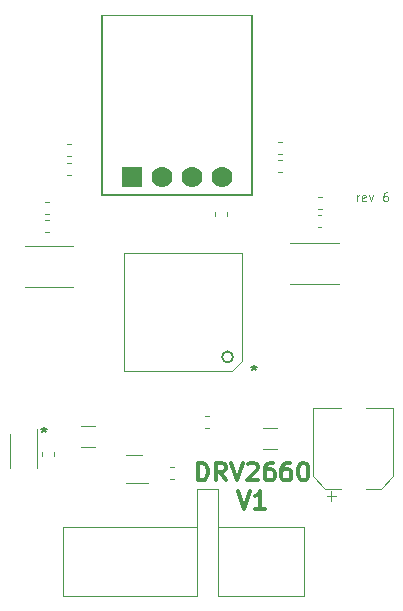
<source format=gto>
G04 #@! TF.GenerationSoftware,KiCad,Pcbnew,5.99.0-unknown-43a4cf795~104~ubuntu20.04.1*
G04 #@! TF.CreationDate,2020-11-14T20:52:21-08:00*
G04 #@! TF.ProjectId,TMC2660_Driver,544d4332-3636-4305-9f44-72697665722e,rev?*
G04 #@! TF.SameCoordinates,PX67f3540PY6cb8080*
G04 #@! TF.FileFunction,Legend,Top*
G04 #@! TF.FilePolarity,Positive*
%FSLAX46Y46*%
G04 Gerber Fmt 4.6, Leading zero omitted, Abs format (unit mm)*
G04 Created by KiCad (PCBNEW 5.99.0-unknown-43a4cf795~104~ubuntu20.04.1) date 2020-11-14 20:52:21*
%MOMM*%
%LPD*%
G01*
G04 APERTURE LIST*
%ADD10C,0.300000*%
%ADD11C,0.150000*%
%ADD12C,0.100000*%
%ADD13C,0.120000*%
%ADD14C,0.152400*%
%ADD15R,1.778000X1.778000*%
%ADD16C,1.778000*%
G04 APERTURE END LIST*
D10*
X19357142Y9778929D02*
X19357142Y11278929D01*
X19714285Y11278929D01*
X19928571Y11207500D01*
X20071428Y11064643D01*
X20142857Y10921786D01*
X20214285Y10636072D01*
X20214285Y10421786D01*
X20142857Y10136072D01*
X20071428Y9993215D01*
X19928571Y9850358D01*
X19714285Y9778929D01*
X19357142Y9778929D01*
X21714285Y9778929D02*
X21214285Y10493215D01*
X20857142Y9778929D02*
X20857142Y11278929D01*
X21428571Y11278929D01*
X21571428Y11207500D01*
X21642857Y11136072D01*
X21714285Y10993215D01*
X21714285Y10778929D01*
X21642857Y10636072D01*
X21571428Y10564643D01*
X21428571Y10493215D01*
X20857142Y10493215D01*
X22142857Y11278929D02*
X22642857Y9778929D01*
X23142857Y11278929D01*
X23571428Y11136072D02*
X23642857Y11207500D01*
X23785714Y11278929D01*
X24142857Y11278929D01*
X24285714Y11207500D01*
X24357142Y11136072D01*
X24428571Y10993215D01*
X24428571Y10850358D01*
X24357142Y10636072D01*
X23500000Y9778929D01*
X24428571Y9778929D01*
X25714285Y11278929D02*
X25428571Y11278929D01*
X25285714Y11207500D01*
X25214285Y11136072D01*
X25071428Y10921786D01*
X25000000Y10636072D01*
X25000000Y10064643D01*
X25071428Y9921786D01*
X25142857Y9850358D01*
X25285714Y9778929D01*
X25571428Y9778929D01*
X25714285Y9850358D01*
X25785714Y9921786D01*
X25857142Y10064643D01*
X25857142Y10421786D01*
X25785714Y10564643D01*
X25714285Y10636072D01*
X25571428Y10707500D01*
X25285714Y10707500D01*
X25142857Y10636072D01*
X25071428Y10564643D01*
X25000000Y10421786D01*
X27142857Y11278929D02*
X26857142Y11278929D01*
X26714285Y11207500D01*
X26642857Y11136072D01*
X26500000Y10921786D01*
X26428571Y10636072D01*
X26428571Y10064643D01*
X26500000Y9921786D01*
X26571428Y9850358D01*
X26714285Y9778929D01*
X27000000Y9778929D01*
X27142857Y9850358D01*
X27214285Y9921786D01*
X27285714Y10064643D01*
X27285714Y10421786D01*
X27214285Y10564643D01*
X27142857Y10636072D01*
X27000000Y10707500D01*
X26714285Y10707500D01*
X26571428Y10636072D01*
X26500000Y10564643D01*
X26428571Y10421786D01*
X28214285Y11278929D02*
X28357142Y11278929D01*
X28500000Y11207500D01*
X28571428Y11136072D01*
X28642857Y10993215D01*
X28714285Y10707500D01*
X28714285Y10350358D01*
X28642857Y10064643D01*
X28571428Y9921786D01*
X28500000Y9850358D01*
X28357142Y9778929D01*
X28214285Y9778929D01*
X28071428Y9850358D01*
X28000000Y9921786D01*
X27928571Y10064643D01*
X27857142Y10350358D01*
X27857142Y10707500D01*
X27928571Y10993215D01*
X28000000Y11136072D01*
X28071428Y11207500D01*
X28214285Y11278929D01*
X22785714Y8863929D02*
X23285714Y7363929D01*
X23785714Y8863929D01*
X25071428Y7363929D02*
X24214285Y7363929D01*
X24642857Y7363929D02*
X24642857Y8863929D01*
X24500000Y8649643D01*
X24357142Y8506786D01*
X24214285Y8435358D01*
D11*
X24096000Y19551620D02*
X24096000Y19313524D01*
X23857904Y19408762D02*
X24096000Y19313524D01*
X24334095Y19408762D01*
X23953142Y19123048D02*
X24096000Y19313524D01*
X24238857Y19123048D01*
X6330000Y14293620D02*
X6330000Y14055524D01*
X6091904Y14150762D02*
X6330000Y14055524D01*
X6568095Y14150762D01*
X6187142Y13865048D02*
X6330000Y14055524D01*
X6472857Y13865048D01*
D12*
X32825428Y33410715D02*
X32825428Y33910715D01*
X32825428Y33767858D02*
X32861142Y33839286D01*
X32896857Y33875000D01*
X32968285Y33910715D01*
X33039714Y33910715D01*
X33575428Y33446429D02*
X33504000Y33410715D01*
X33361142Y33410715D01*
X33289714Y33446429D01*
X33254000Y33517858D01*
X33254000Y33803572D01*
X33289714Y33875000D01*
X33361142Y33910715D01*
X33504000Y33910715D01*
X33575428Y33875000D01*
X33611142Y33803572D01*
X33611142Y33732143D01*
X33254000Y33660715D01*
X33861142Y33910715D02*
X34039714Y33410715D01*
X34218285Y33910715D01*
X35396857Y34160715D02*
X35254000Y34160715D01*
X35182571Y34125000D01*
X35146857Y34089286D01*
X35075428Y33982143D01*
X35039714Y33839286D01*
X35039714Y33553572D01*
X35075428Y33482143D01*
X35111142Y33446429D01*
X35182571Y33410715D01*
X35325428Y33410715D01*
X35396857Y33446429D01*
X35432571Y33482143D01*
X35468285Y33553572D01*
X35468285Y33732143D01*
X35432571Y33803572D01*
X35396857Y33839286D01*
X35325428Y33875000D01*
X35182571Y33875000D01*
X35111142Y33839286D01*
X35075428Y33803572D01*
X35039714Y33732143D01*
D13*
X6758279Y32337000D02*
X6432721Y32337000D01*
X6758279Y33357000D02*
X6432721Y33357000D01*
X26443279Y35893000D02*
X26117721Y35893000D01*
X26443279Y36913000D02*
X26117721Y36913000D01*
X26493879Y38437000D02*
X26168321Y38437000D01*
X26493879Y37417000D02*
X26168321Y37417000D01*
X8312121Y37213800D02*
X8637679Y37213800D01*
X8312121Y38233800D02*
X8637679Y38233800D01*
X8312121Y35613600D02*
X8637679Y35613600D01*
X8312121Y36633600D02*
X8637679Y36633600D01*
X29521221Y32718000D02*
X29846779Y32718000D01*
X29521221Y33738000D02*
X29846779Y33738000D01*
X19252800Y5814800D02*
X19252800Y14800D01*
X19252800Y14800D02*
X7952800Y14800D01*
X21052800Y9014800D02*
X21052800Y5814800D01*
X7952800Y14800D02*
X7952800Y5814800D01*
X19252800Y9014800D02*
X21052800Y9014800D01*
X28352800Y5814800D02*
X21052800Y5814800D01*
X28352800Y5814800D02*
X28352800Y14800D01*
X19252800Y5814800D02*
X19252800Y9014800D01*
X21052800Y5814800D02*
X21052800Y14800D01*
X7952800Y5814800D02*
X19252800Y5814800D01*
X21052800Y14800D02*
X28352800Y14800D01*
X6732779Y30813000D02*
X6407221Y30813000D01*
X6732779Y31833000D02*
X6407221Y31833000D01*
X8802064Y29604000D02*
X4697936Y29604000D01*
X8802064Y26184000D02*
X4697936Y26184000D01*
X29495721Y32214000D02*
X29821279Y32214000D01*
X29495721Y31194000D02*
X29821279Y31194000D01*
X27197936Y26438000D02*
X31302064Y26438000D01*
X27197936Y29858000D02*
X31302064Y29858000D01*
D11*
X23969000Y49153800D02*
X23969000Y33913800D01*
X23969000Y33913800D02*
X11269000Y33913800D01*
X11269000Y49153800D02*
X11269000Y33913800D01*
D12*
X23969000Y49147800D02*
X11269000Y49147800D01*
D13*
X20792000Y32501779D02*
X20792000Y32176221D01*
X21812000Y32501779D02*
X21812000Y32176221D01*
X10661564Y14389500D02*
X9457436Y14389500D01*
X10661564Y12569500D02*
X9457436Y12569500D01*
D12*
X23101600Y19857800D02*
X22251600Y19007800D01*
X23101600Y29007800D02*
X13101600Y29007800D01*
X23101600Y29007800D02*
X23101600Y19857800D01*
X13101600Y19007800D02*
X13101600Y29007800D01*
X22251600Y19007800D02*
X13101600Y19007800D01*
D14*
X22334606Y20233360D02*
G75*
G03*
X22334606Y20233360I-463646J0D01*
G01*
D13*
X24840136Y14224400D02*
X26044264Y14224400D01*
X24840136Y12404400D02*
X26044264Y12404400D01*
X19996221Y15196000D02*
X20321779Y15196000D01*
X19996221Y14176000D02*
X20321779Y14176000D01*
X17024421Y10878000D02*
X17349979Y10878000D01*
X17024421Y9858000D02*
X17349979Y9858000D01*
X7210000Y11837221D02*
X7210000Y12162779D01*
X6190000Y11837221D02*
X6190000Y12162779D01*
X3480000Y13750000D02*
X3480000Y10850000D01*
X5720000Y14110000D02*
X5720000Y10850000D01*
X35910000Y10154437D02*
X35910000Y15910000D01*
X30652500Y8062500D02*
X30652500Y8850000D01*
X29090000Y15910000D02*
X31440000Y15910000D01*
X29090000Y10154437D02*
X29090000Y15910000D01*
X30154437Y9090000D02*
X31440000Y9090000D01*
X34845563Y9090000D02*
X35910000Y10154437D01*
X34845563Y9090000D02*
X33560000Y9090000D01*
X30258750Y8456250D02*
X31046250Y8456250D01*
X30154437Y9090000D02*
X29090000Y10154437D01*
X35910000Y15910000D02*
X33560000Y15910000D01*
X14636000Y11909000D02*
X13236000Y11909000D01*
X13236000Y9589000D02*
X15136000Y9589000D01*
D15*
X13809000Y35437800D03*
D16*
X16349000Y35437800D03*
X18889000Y35437800D03*
X21429000Y35437800D03*
M02*

</source>
